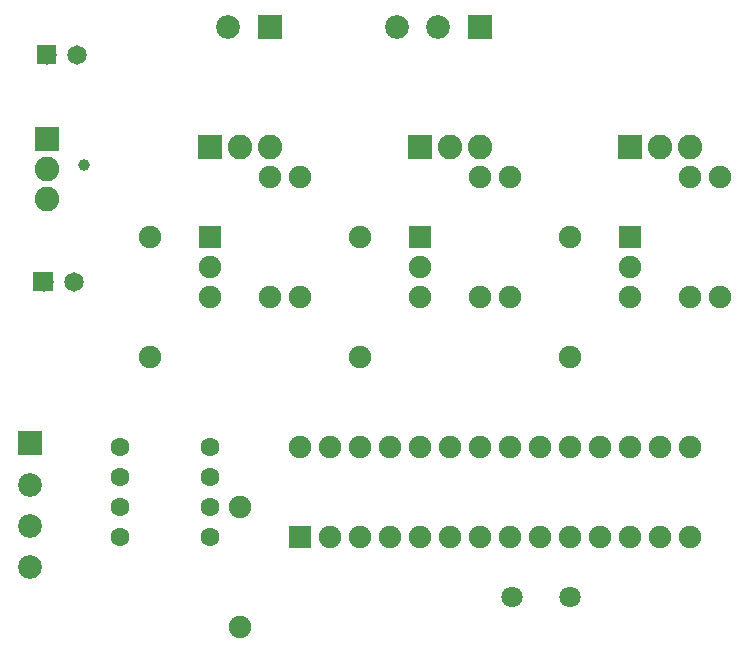
<source format=gtl>
G04 MADE WITH FRITZING*
G04 WWW.FRITZING.ORG*
G04 DOUBLE SIDED*
G04 HOLES PLATED*
G04 CONTOUR ON CENTER OF CONTOUR VECTOR*
%ASAXBY*%
%FSLAX23Y23*%
%MOIN*%
%OFA0B0*%
%SFA1.0B1.0*%
%ADD10C,0.082000*%
%ADD11C,0.079370*%
%ADD12C,0.070925*%
%ADD13C,0.070866*%
%ADD14C,0.075000*%
%ADD15C,0.063000*%
%ADD16C,0.065000*%
%ADD17C,0.039370*%
%ADD18R,0.082000X0.082000*%
%ADD19R,0.079370X0.079370*%
%ADD20R,0.075000X0.075000*%
%ADD21R,0.001000X0.001000*%
%LNCOPPER1*%
G90*
G70*
G54D10*
X599Y1771D03*
X599Y1671D03*
X599Y1571D03*
G54D11*
X542Y757D03*
X542Y619D03*
X542Y481D03*
X542Y344D03*
X2042Y2144D03*
X1904Y2144D03*
X1766Y2144D03*
X1342Y2144D03*
X1204Y2144D03*
G54D12*
X2149Y244D03*
G54D13*
X2342Y244D03*
G54D14*
X1442Y444D03*
X1442Y744D03*
X1542Y444D03*
X1542Y744D03*
X1642Y444D03*
X1642Y744D03*
X1742Y444D03*
X1742Y744D03*
X1842Y444D03*
X1842Y744D03*
X1942Y444D03*
X1942Y744D03*
X2042Y444D03*
X2042Y744D03*
X2142Y444D03*
X2142Y744D03*
X2242Y444D03*
X2242Y744D03*
X2342Y444D03*
X2342Y744D03*
X2442Y444D03*
X2442Y744D03*
X2542Y444D03*
X2542Y744D03*
X2642Y444D03*
X2642Y744D03*
X2742Y444D03*
X2742Y744D03*
G54D15*
X1142Y444D03*
X1142Y544D03*
X1142Y644D03*
X1142Y744D03*
X842Y744D03*
X842Y644D03*
X842Y544D03*
X842Y444D03*
X1142Y444D03*
X1142Y544D03*
X1142Y644D03*
X1142Y744D03*
X842Y744D03*
X842Y644D03*
X842Y544D03*
X842Y444D03*
G54D14*
X1142Y1244D03*
X1142Y1344D03*
X1142Y1444D03*
X1842Y1244D03*
X1842Y1344D03*
X1842Y1444D03*
X2542Y1244D03*
X2542Y1344D03*
X2542Y1444D03*
X1242Y144D03*
X1242Y544D03*
X942Y1044D03*
X942Y1444D03*
X1642Y1044D03*
X1642Y1444D03*
X2342Y1044D03*
X2342Y1444D03*
X2742Y1244D03*
X2742Y1644D03*
X2042Y1244D03*
X2042Y1644D03*
X1342Y1244D03*
X1342Y1644D03*
X1442Y1244D03*
X1442Y1644D03*
X2842Y1244D03*
X2842Y1644D03*
X2142Y1244D03*
X2142Y1644D03*
G54D10*
X1142Y1744D03*
X1242Y1744D03*
X1342Y1744D03*
X2542Y1744D03*
X2642Y1744D03*
X2742Y1744D03*
X1842Y1744D03*
X1942Y1744D03*
X2042Y1744D03*
G54D16*
X599Y2052D03*
X699Y2052D03*
X599Y2052D03*
X699Y2052D03*
X588Y1296D03*
X688Y1296D03*
X588Y1296D03*
X688Y1296D03*
G54D17*
X723Y1683D03*
G54D18*
X599Y1771D03*
G54D19*
X542Y757D03*
X2042Y2144D03*
X1342Y2144D03*
G54D20*
X1442Y444D03*
X1142Y1444D03*
X1842Y1444D03*
X2542Y1444D03*
G54D18*
X1142Y1744D03*
X2542Y1744D03*
X1842Y1744D03*
G54D21*
X567Y2085D02*
X630Y2085D01*
X566Y2084D02*
X630Y2084D01*
X566Y2083D02*
X630Y2083D01*
X566Y2082D02*
X630Y2082D01*
X566Y2081D02*
X630Y2081D01*
X566Y2080D02*
X630Y2080D01*
X566Y2079D02*
X630Y2079D01*
X566Y2078D02*
X630Y2078D01*
X566Y2077D02*
X630Y2077D01*
X566Y2076D02*
X630Y2076D01*
X566Y2075D02*
X630Y2075D01*
X566Y2074D02*
X630Y2074D01*
X566Y2073D02*
X630Y2073D01*
X566Y2072D02*
X630Y2072D01*
X566Y2071D02*
X630Y2071D01*
X566Y2070D02*
X630Y2070D01*
X566Y2069D02*
X630Y2069D01*
X566Y2068D02*
X630Y2068D01*
X566Y2067D02*
X630Y2067D01*
X566Y2066D02*
X595Y2066D01*
X602Y2066D02*
X630Y2066D01*
X566Y2065D02*
X592Y2065D01*
X605Y2065D02*
X630Y2065D01*
X566Y2064D02*
X590Y2064D01*
X607Y2064D02*
X630Y2064D01*
X566Y2063D02*
X589Y2063D01*
X608Y2063D02*
X630Y2063D01*
X566Y2062D02*
X588Y2062D01*
X609Y2062D02*
X630Y2062D01*
X566Y2061D02*
X587Y2061D01*
X610Y2061D02*
X630Y2061D01*
X566Y2060D02*
X586Y2060D01*
X610Y2060D02*
X630Y2060D01*
X566Y2059D02*
X586Y2059D01*
X611Y2059D02*
X630Y2059D01*
X566Y2058D02*
X585Y2058D01*
X611Y2058D02*
X630Y2058D01*
X566Y2057D02*
X585Y2057D01*
X612Y2057D02*
X630Y2057D01*
X566Y2056D02*
X584Y2056D01*
X612Y2056D02*
X630Y2056D01*
X566Y2055D02*
X584Y2055D01*
X612Y2055D02*
X630Y2055D01*
X566Y2054D02*
X584Y2054D01*
X613Y2054D02*
X630Y2054D01*
X566Y2053D02*
X584Y2053D01*
X613Y2053D02*
X630Y2053D01*
X566Y2052D02*
X584Y2052D01*
X613Y2052D02*
X630Y2052D01*
X566Y2051D02*
X584Y2051D01*
X613Y2051D02*
X630Y2051D01*
X566Y2050D02*
X584Y2050D01*
X612Y2050D02*
X630Y2050D01*
X566Y2049D02*
X585Y2049D01*
X612Y2049D02*
X630Y2049D01*
X566Y2048D02*
X585Y2048D01*
X612Y2048D02*
X630Y2048D01*
X566Y2047D02*
X585Y2047D01*
X611Y2047D02*
X630Y2047D01*
X566Y2046D02*
X586Y2046D01*
X611Y2046D02*
X630Y2046D01*
X566Y2045D02*
X586Y2045D01*
X610Y2045D02*
X630Y2045D01*
X566Y2044D02*
X587Y2044D01*
X610Y2044D02*
X630Y2044D01*
X566Y2043D02*
X588Y2043D01*
X609Y2043D02*
X630Y2043D01*
X566Y2042D02*
X589Y2042D01*
X608Y2042D02*
X630Y2042D01*
X566Y2041D02*
X590Y2041D01*
X606Y2041D02*
X630Y2041D01*
X566Y2040D02*
X592Y2040D01*
X604Y2040D02*
X630Y2040D01*
X566Y2039D02*
X595Y2039D01*
X601Y2039D02*
X630Y2039D01*
X566Y2038D02*
X630Y2038D01*
X566Y2037D02*
X630Y2037D01*
X566Y2036D02*
X630Y2036D01*
X566Y2035D02*
X630Y2035D01*
X566Y2034D02*
X630Y2034D01*
X566Y2033D02*
X630Y2033D01*
X566Y2032D02*
X630Y2032D01*
X566Y2031D02*
X630Y2031D01*
X566Y2030D02*
X630Y2030D01*
X566Y2029D02*
X630Y2029D01*
X566Y2028D02*
X630Y2028D01*
X566Y2027D02*
X630Y2027D01*
X566Y2026D02*
X630Y2026D01*
X566Y2025D02*
X630Y2025D01*
X566Y2024D02*
X630Y2024D01*
X566Y2023D02*
X630Y2023D01*
X566Y2022D02*
X630Y2022D01*
X566Y2021D02*
X630Y2021D01*
X555Y1328D02*
X619Y1328D01*
X555Y1327D02*
X619Y1327D01*
X555Y1326D02*
X619Y1326D01*
X555Y1325D02*
X619Y1325D01*
X555Y1324D02*
X619Y1324D01*
X555Y1323D02*
X619Y1323D01*
X555Y1322D02*
X619Y1322D01*
X555Y1321D02*
X619Y1321D01*
X555Y1320D02*
X619Y1320D01*
X555Y1319D02*
X619Y1319D01*
X555Y1318D02*
X619Y1318D01*
X555Y1317D02*
X619Y1317D01*
X555Y1316D02*
X619Y1316D01*
X555Y1315D02*
X619Y1315D01*
X555Y1314D02*
X619Y1314D01*
X555Y1313D02*
X619Y1313D01*
X555Y1312D02*
X619Y1312D01*
X555Y1311D02*
X619Y1311D01*
X555Y1310D02*
X619Y1310D01*
X555Y1309D02*
X582Y1309D01*
X592Y1309D02*
X619Y1309D01*
X555Y1308D02*
X580Y1308D01*
X594Y1308D02*
X619Y1308D01*
X555Y1307D02*
X578Y1307D01*
X596Y1307D02*
X619Y1307D01*
X555Y1306D02*
X577Y1306D01*
X597Y1306D02*
X619Y1306D01*
X555Y1305D02*
X576Y1305D01*
X598Y1305D02*
X619Y1305D01*
X555Y1304D02*
X575Y1304D01*
X599Y1304D02*
X619Y1304D01*
X555Y1303D02*
X575Y1303D01*
X599Y1303D02*
X619Y1303D01*
X555Y1302D02*
X574Y1302D01*
X600Y1302D02*
X619Y1302D01*
X555Y1301D02*
X574Y1301D01*
X600Y1301D02*
X619Y1301D01*
X555Y1300D02*
X573Y1300D01*
X601Y1300D02*
X619Y1300D01*
X555Y1299D02*
X573Y1299D01*
X601Y1299D02*
X619Y1299D01*
X555Y1298D02*
X573Y1298D01*
X601Y1298D02*
X619Y1298D01*
X555Y1297D02*
X573Y1297D01*
X601Y1297D02*
X619Y1297D01*
X555Y1296D02*
X573Y1296D01*
X601Y1296D02*
X619Y1296D01*
X555Y1295D02*
X573Y1295D01*
X601Y1295D02*
X619Y1295D01*
X555Y1294D02*
X573Y1294D01*
X601Y1294D02*
X619Y1294D01*
X555Y1293D02*
X573Y1293D01*
X601Y1293D02*
X619Y1293D01*
X555Y1292D02*
X573Y1292D01*
X601Y1292D02*
X619Y1292D01*
X555Y1291D02*
X574Y1291D01*
X600Y1291D02*
X619Y1291D01*
X555Y1290D02*
X574Y1290D01*
X600Y1290D02*
X619Y1290D01*
X555Y1289D02*
X575Y1289D01*
X599Y1289D02*
X619Y1289D01*
X555Y1288D02*
X575Y1288D01*
X599Y1288D02*
X619Y1288D01*
X555Y1287D02*
X576Y1287D01*
X598Y1287D02*
X619Y1287D01*
X555Y1286D02*
X577Y1286D01*
X597Y1286D02*
X619Y1286D01*
X555Y1285D02*
X578Y1285D01*
X596Y1285D02*
X619Y1285D01*
X555Y1284D02*
X580Y1284D01*
X594Y1284D02*
X619Y1284D01*
X555Y1283D02*
X582Y1283D01*
X592Y1283D02*
X619Y1283D01*
X555Y1282D02*
X619Y1282D01*
X555Y1281D02*
X619Y1281D01*
X555Y1280D02*
X619Y1280D01*
X555Y1279D02*
X619Y1279D01*
X555Y1278D02*
X619Y1278D01*
X555Y1277D02*
X619Y1277D01*
X555Y1276D02*
X619Y1276D01*
X555Y1275D02*
X619Y1275D01*
X555Y1274D02*
X619Y1274D01*
X555Y1273D02*
X619Y1273D01*
X555Y1272D02*
X619Y1272D01*
X555Y1271D02*
X619Y1271D01*
X555Y1270D02*
X619Y1270D01*
X555Y1269D02*
X619Y1269D01*
X555Y1268D02*
X619Y1268D01*
X555Y1267D02*
X619Y1267D01*
X555Y1266D02*
X619Y1266D01*
X555Y1265D02*
X619Y1265D01*
X555Y1264D02*
X619Y1264D01*
D02*
G04 End of Copper1*
M02*
</source>
